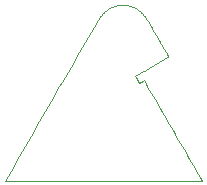
<source format=gbr>
G04 #@! TF.GenerationSoftware,KiCad,Pcbnew,5.0.0-fee4fd1~66~ubuntu18.04.1*
G04 #@! TF.CreationDate,2018-09-21T10:19:18+02:00*
G04 #@! TF.ProjectId,Lulu_star_212,4C756C755F737461725F3231322E6B69,2.1.2*
G04 #@! TF.SameCoordinates,Original*
G04 #@! TF.FileFunction,Profile,NP*
%FSLAX46Y46*%
G04 Gerber Fmt 4.6, Leading zero omitted, Abs format (unit mm)*
G04 Created by KiCad (PCBNEW 5.0.0-fee4fd1~66~ubuntu18.04.1) date Fri Sep 21 10:19:18 2018*
%MOMM*%
%LPD*%
G01*
G04 APERTURE LIST*
%ADD10C,0.010000*%
G04 APERTURE END LIST*
D10*
X73643222Y-30776973D02*
X73707002Y-30833488D01*
X73577677Y-30722415D02*
X73643222Y-30776973D01*
X73510351Y-30669975D02*
X73577677Y-30722415D01*
X73441231Y-30619757D02*
X73510351Y-30669975D01*
X73370304Y-30571868D02*
X73441231Y-30619757D01*
X73297557Y-30526465D02*
X73370304Y-30571868D01*
X73222976Y-30483655D02*
X73297557Y-30526465D01*
X73146551Y-30443571D02*
X73222976Y-30483655D01*
X73068267Y-30406318D02*
X73146551Y-30443571D01*
X72988108Y-30372028D02*
X73068267Y-30406318D01*
X72906064Y-30340833D02*
X72988108Y-30372028D01*
X72822122Y-30312840D02*
X72906064Y-30340833D01*
X72736265Y-30288234D02*
X72822122Y-30312840D01*
X72648487Y-30267068D02*
X72736265Y-30288234D01*
X72558766Y-30249340D02*
X72648487Y-30267068D01*
X72467096Y-30235318D02*
X72558766Y-30249340D01*
X75188336Y-35124923D02*
X75100140Y-35176173D01*
X75100140Y-35176173D02*
X75011946Y-35227423D01*
X74747363Y-35381199D02*
X74659166Y-35432449D01*
X75276529Y-35073647D02*
X75188336Y-35124923D01*
X73333570Y-36402834D02*
X73344259Y-36421620D01*
X73322880Y-36384049D02*
X73333570Y-36402834D01*
X74218196Y-35688724D02*
X74130000Y-35740000D01*
X75717502Y-34817372D02*
X75629306Y-34868622D01*
X73865416Y-35893750D02*
X73777223Y-35945026D01*
X73483218Y-36665830D02*
X73493907Y-36684616D01*
X73472529Y-36647045D02*
X73483218Y-36665830D01*
X73461840Y-36628259D02*
X73472529Y-36647045D01*
X73258745Y-36271337D02*
X73269435Y-36290122D01*
X73424446Y-36150052D02*
X73336250Y-36201301D01*
X74923752Y-35278673D02*
X74835556Y-35329949D01*
X75011946Y-35227423D02*
X74923752Y-35278673D01*
X74835556Y-35329949D02*
X74747363Y-35381199D01*
X73419083Y-36553118D02*
X73429772Y-36571903D01*
X73408394Y-36534332D02*
X73419083Y-36553118D01*
X73397705Y-36515547D02*
X73408394Y-36534332D01*
X73953613Y-35842500D02*
X73865416Y-35893750D01*
X73777223Y-35945026D02*
X73689029Y-35996276D01*
X73387015Y-36496762D02*
X73397705Y-36515547D01*
X73376326Y-36477976D02*
X73387015Y-36496762D01*
X73365637Y-36459191D02*
X73376326Y-36477976D01*
X73312191Y-36365264D02*
X73322880Y-36384049D01*
X73301502Y-36346478D02*
X73312191Y-36365264D01*
X73579420Y-36834899D02*
X73590110Y-36853684D01*
X73568731Y-36816114D02*
X73579420Y-36834899D01*
X73558042Y-36797328D02*
X73568731Y-36816114D01*
X73336250Y-36201301D02*
X73248056Y-36252551D01*
X75982086Y-34663596D02*
X75893890Y-34714872D01*
X75629306Y-34868622D02*
X75541113Y-34919898D01*
X77667593Y-42983181D02*
X77820943Y-43248452D01*
X77514243Y-42717883D02*
X77667593Y-42983181D01*
X77360893Y-42452612D02*
X77514243Y-42717883D01*
X77207543Y-42187340D02*
X77360893Y-42452612D01*
X77054193Y-41922069D02*
X77207543Y-42187340D01*
X76900843Y-41656798D02*
X77054193Y-41922069D01*
X76747494Y-41391527D02*
X76900843Y-41656798D01*
X76594144Y-41126255D02*
X76747494Y-41391527D01*
X76440794Y-40860984D02*
X76594144Y-41126255D01*
X76287444Y-40595713D02*
X76440794Y-40860984D01*
X76134094Y-40330442D02*
X76287444Y-40595713D01*
X75980744Y-40065170D02*
X76134094Y-40330442D01*
X75827394Y-39799899D02*
X75980744Y-40065170D01*
X75674045Y-39534628D02*
X75827394Y-39799899D01*
X75520695Y-39269357D02*
X75674045Y-39534628D01*
X75367345Y-39004085D02*
X75520695Y-39269357D01*
X75213995Y-38738814D02*
X75367345Y-39004085D01*
X75060645Y-38473517D02*
X75213995Y-38738814D01*
X74907295Y-38208245D02*
X75060645Y-38473517D01*
X74753946Y-37942974D02*
X74907295Y-38208245D01*
X74600596Y-37677703D02*
X74753946Y-37942974D01*
X74447246Y-37412432D02*
X74600596Y-37677703D01*
X74293896Y-37147160D02*
X74447246Y-37412432D01*
X74140546Y-36881889D02*
X74293896Y-37147160D01*
X73987196Y-36616618D02*
X74140546Y-36881889D01*
X73974787Y-36624026D02*
X73987196Y-36616618D01*
X73962378Y-36631434D02*
X73974787Y-36624026D01*
X73949969Y-36638843D02*
X73962378Y-36631434D01*
X73937560Y-36646251D02*
X73949969Y-36638843D01*
X73925151Y-36653659D02*
X73937560Y-36646251D01*
X73912742Y-36661068D02*
X73925151Y-36653659D01*
X73900334Y-36668476D02*
X73912742Y-36661068D01*
X73887925Y-36675884D02*
X73900334Y-36668476D01*
X73875516Y-36683293D02*
X73887925Y-36675884D01*
X73863107Y-36690701D02*
X73875516Y-36683293D01*
X73850698Y-36698109D02*
X73863107Y-36690701D01*
X73838289Y-36705518D02*
X73850698Y-36698109D01*
X73825880Y-36712926D02*
X73838289Y-36705518D01*
X73813471Y-36720334D02*
X73825880Y-36712926D01*
X73801062Y-36727743D02*
X73813471Y-36720334D01*
X73788653Y-36735151D02*
X73801062Y-36727743D01*
X73776244Y-36742559D02*
X73788653Y-36735151D01*
X73763835Y-36749968D02*
X73776244Y-36742559D01*
X73751426Y-36757376D02*
X73763835Y-36749968D01*
X73248056Y-36252551D02*
X73258745Y-36271337D01*
X63682659Y-42590645D02*
X63924780Y-42171518D01*
X63440539Y-43009771D02*
X63682659Y-42590645D01*
X63198419Y-43428871D02*
X63440539Y-43009771D01*
X62956298Y-43847998D02*
X63198419Y-43428871D01*
X62714178Y-44267124D02*
X62956298Y-43847998D01*
X62472057Y-44686224D02*
X62714178Y-44267124D01*
X62229937Y-45105351D02*
X62472057Y-44686224D01*
X62750701Y-45105351D02*
X62229937Y-45105351D01*
X63271465Y-45105351D02*
X62750701Y-45105351D01*
X63792230Y-45105351D02*
X63271465Y-45105351D01*
X64312994Y-45105351D02*
X63792230Y-45105351D01*
X64833758Y-45105351D02*
X64312994Y-45105351D01*
X65354522Y-45105351D02*
X64833758Y-45105351D01*
X65875286Y-45105351D02*
X65354522Y-45105351D01*
X66396051Y-45105351D02*
X65875286Y-45105351D01*
X66916815Y-45105351D02*
X66396051Y-45105351D01*
X67437579Y-45105351D02*
X66916815Y-45105351D01*
X67958343Y-45105351D02*
X67437579Y-45105351D01*
X68479108Y-45105351D02*
X67958343Y-45105351D01*
X68999872Y-45105351D02*
X68479108Y-45105351D01*
X69520635Y-45105351D02*
X68999872Y-45105351D01*
X70041401Y-45105351D02*
X69520635Y-45105351D01*
X70562165Y-45105351D02*
X70041401Y-45105351D01*
X71082928Y-45105351D02*
X70562165Y-45105351D01*
X71603692Y-45105351D02*
X71082928Y-45105351D01*
X72124458Y-45105351D02*
X71603692Y-45105351D01*
X72645222Y-45105351D02*
X72124458Y-45105351D01*
X73165985Y-45105351D02*
X72645222Y-45105351D01*
X73686749Y-45105351D02*
X73165985Y-45105351D01*
X74207515Y-45105351D02*
X73686749Y-45105351D01*
X74728278Y-45105351D02*
X74207515Y-45105351D01*
X75249042Y-45105351D02*
X74728278Y-45105351D01*
X75769805Y-45105351D02*
X75249042Y-45105351D01*
X76290571Y-45105351D02*
X75769805Y-45105351D01*
X76811335Y-45105351D02*
X76290571Y-45105351D01*
X77332098Y-45105351D02*
X76811335Y-45105351D01*
X77852862Y-45105351D02*
X77332098Y-45105351D01*
X78373628Y-45105351D02*
X77852862Y-45105351D01*
X78894392Y-45105351D02*
X78373628Y-45105351D01*
X78741042Y-44840079D02*
X78894392Y-45105351D01*
X78587692Y-44574808D02*
X78741042Y-44840079D01*
X78434342Y-44309537D02*
X78587692Y-44574808D01*
X78280992Y-44044266D02*
X78434342Y-44309537D01*
X78127642Y-43778994D02*
X78280992Y-44044266D01*
X77974292Y-43513723D02*
X78127642Y-43778994D01*
X77820943Y-43248452D02*
X77974292Y-43513723D01*
X74041806Y-35791250D02*
X73953613Y-35842500D01*
X73739017Y-36764784D02*
X73751426Y-36757376D01*
X73726608Y-36772193D02*
X73739017Y-36764784D01*
X73714199Y-36779601D02*
X73726608Y-36772193D01*
X73701790Y-36787009D02*
X73714199Y-36779601D01*
X73689381Y-36794418D02*
X73701790Y-36787009D01*
X73676972Y-36801826D02*
X73689381Y-36794418D01*
X73664563Y-36809234D02*
X73676972Y-36801826D01*
X73652154Y-36816643D02*
X73664563Y-36809234D01*
X75364723Y-35022397D02*
X75276529Y-35073647D01*
X74482779Y-35534975D02*
X74394583Y-35586224D01*
X73689029Y-35996276D02*
X73600833Y-36047525D01*
X73512640Y-36098775D02*
X73424446Y-36150052D01*
X76017995Y-34520800D02*
X76070279Y-34612346D01*
X75965197Y-34429545D02*
X76017995Y-34520800D01*
X75912402Y-34338317D02*
X75965197Y-34429545D01*
X75859605Y-34247062D02*
X75912402Y-34338317D01*
X75806810Y-34155834D02*
X75859605Y-34247062D01*
X75754012Y-34064579D02*
X75806810Y-34155834D01*
X75701217Y-33973351D02*
X75754012Y-34064579D01*
X75648420Y-33882096D02*
X75701217Y-33973351D01*
X75595625Y-33790868D02*
X75648420Y-33882096D01*
X75542830Y-33699613D02*
X75595625Y-33790868D01*
X75490032Y-33608385D02*
X75542830Y-33699613D01*
X75437237Y-33517130D02*
X75490032Y-33608385D01*
X75384440Y-33425902D02*
X75437237Y-33517130D01*
X75331645Y-33334647D02*
X75384440Y-33425902D01*
X75278847Y-33243418D02*
X75331645Y-33334647D01*
X75226052Y-33152164D02*
X75278847Y-33243418D01*
X75173257Y-33060935D02*
X75226052Y-33152164D01*
X75120460Y-32969680D02*
X75173257Y-33060935D01*
X75067665Y-32878452D02*
X75120460Y-32969680D01*
X75014867Y-32787197D02*
X75067665Y-32878452D01*
X74962072Y-32695969D02*
X75014867Y-32787197D01*
X74909274Y-32604714D02*
X74962072Y-32695969D01*
X74856479Y-32513486D02*
X74909274Y-32604714D01*
X74803682Y-32422231D02*
X74856479Y-32513486D01*
X74750887Y-32331003D02*
X74803682Y-32422231D01*
X74698092Y-32239748D02*
X74750887Y-32331003D01*
X74645294Y-32148520D02*
X74698092Y-32239748D01*
X74592499Y-32057265D02*
X74645294Y-32148520D01*
X74539702Y-31966037D02*
X74592499Y-32057265D01*
X74486907Y-31874782D02*
X74539702Y-31966037D01*
X74434109Y-31783553D02*
X74486907Y-31874782D01*
X74381314Y-31692299D02*
X74434109Y-31783553D01*
X74339309Y-31621258D02*
X74381314Y-31692299D01*
X74295708Y-31550614D02*
X74339309Y-31621258D01*
X74250496Y-31480447D02*
X74295708Y-31550614D01*
X74203665Y-31410914D02*
X74250496Y-31480447D01*
X74155196Y-31342123D02*
X74203665Y-31410914D01*
X74105081Y-31274204D02*
X74155196Y-31342123D01*
X74053302Y-31207291D02*
X74105081Y-31274204D01*
X73999851Y-31141463D02*
X74053302Y-31207291D01*
X73944709Y-31076904D02*
X73999851Y-31141463D01*
X73887866Y-31013695D02*
X73944709Y-31076904D01*
X73829311Y-30951968D02*
X73887866Y-31013695D01*
X73769026Y-30891855D02*
X73829311Y-30951968D01*
X73707002Y-30833488D02*
X73769026Y-30891855D01*
X72373460Y-30225263D02*
X72467096Y-30235318D01*
X72277845Y-30219178D02*
X72373460Y-30225263D01*
X72180240Y-30216532D02*
X72277845Y-30219178D01*
X72082630Y-30219178D02*
X72180240Y-30216532D01*
X71987007Y-30225263D02*
X72082630Y-30219178D01*
X71893353Y-30235318D02*
X71987007Y-30225263D01*
X71801656Y-30249340D02*
X71893353Y-30235318D01*
X71711907Y-30267068D02*
X71801656Y-30249340D01*
X71624089Y-30288234D02*
X71711907Y-30267068D01*
X71538192Y-30312840D02*
X71624089Y-30288234D01*
X71454202Y-30340886D02*
X71538192Y-30312840D01*
X71372107Y-30372107D02*
X71454202Y-30340886D01*
X71291896Y-30406424D02*
X71372107Y-30372107D01*
X71213553Y-30443730D02*
X71291896Y-30406424D01*
X71137068Y-30483867D02*
X71213553Y-30443730D01*
X71062429Y-30526730D02*
X71137068Y-30483867D01*
X70989618Y-30572159D02*
X71062429Y-30526730D01*
X70918628Y-30620101D02*
X70989618Y-30572159D01*
X70849442Y-30670372D02*
X70918628Y-30620101D01*
X70782052Y-30722865D02*
X70849442Y-30670372D01*
X70716441Y-30777449D02*
X70782052Y-30722865D01*
X70652600Y-30834043D02*
X70716441Y-30777449D01*
X70590512Y-30892490D02*
X70652600Y-30834043D01*
X70530169Y-30952656D02*
X70590512Y-30892490D01*
X70471556Y-31014436D02*
X70530169Y-30952656D01*
X70414660Y-31077698D02*
X70471556Y-31014436D01*
X70359470Y-31142309D02*
X70414660Y-31077698D01*
X70305972Y-31208190D02*
X70359470Y-31142309D01*
X70254150Y-31275157D02*
X70305972Y-31208190D01*
X70203999Y-31343128D02*
X70254150Y-31275157D01*
X70155498Y-31411973D02*
X70203999Y-31343128D01*
X70108643Y-31481558D02*
X70155498Y-31411973D01*
X70063412Y-31551778D02*
X70108643Y-31481558D01*
X70019801Y-31622475D02*
X70063412Y-31551778D01*
X69977790Y-31693569D02*
X70019801Y-31622475D01*
X69735670Y-32112695D02*
X69977790Y-31693569D01*
X69493550Y-32531795D02*
X69735670Y-32112695D01*
X69251430Y-32950922D02*
X69493550Y-32531795D01*
X69009310Y-33370048D02*
X69251430Y-32950922D01*
X68767189Y-33789148D02*
X69009310Y-33370048D01*
X68525069Y-34208274D02*
X68767189Y-33789148D01*
X68282946Y-34627401D02*
X68525069Y-34208274D01*
X68040827Y-35046527D02*
X68282946Y-34627401D01*
X67798706Y-35465627D02*
X68040827Y-35046527D01*
X67556586Y-35884754D02*
X67798706Y-35465627D01*
X67314466Y-36303880D02*
X67556586Y-35884754D01*
X67072345Y-36722980D02*
X67314466Y-36303880D01*
X66830225Y-37142107D02*
X67072345Y-36722980D01*
X66588104Y-37561233D02*
X66830225Y-37142107D01*
X66345984Y-37980333D02*
X66588104Y-37561233D01*
X66103864Y-38399460D02*
X66345984Y-37980333D01*
X65861743Y-38818586D02*
X66103864Y-38399460D01*
X65619623Y-39237686D02*
X65861743Y-38818586D01*
X65377502Y-39656813D02*
X65619623Y-39237686D01*
X65135382Y-40075939D02*
X65377502Y-39656813D01*
X64893261Y-40495039D02*
X65135382Y-40075939D01*
X64651141Y-40914165D02*
X64893261Y-40495039D01*
X64409021Y-41333292D02*
X64651141Y-40914165D01*
X64166900Y-41752418D02*
X64409021Y-41333292D01*
X63924780Y-42171518D02*
X64166900Y-41752418D01*
X75805696Y-34766122D02*
X75717502Y-34817372D01*
X73547353Y-36778543D02*
X73558042Y-36797328D01*
X73536664Y-36759757D02*
X73547353Y-36778543D01*
X73525975Y-36740972D02*
X73536664Y-36759757D01*
X73515285Y-36722187D02*
X73525975Y-36740972D01*
X73504596Y-36703401D02*
X73515285Y-36722187D01*
X73493907Y-36684616D02*
X73504596Y-36703401D01*
X76070279Y-34612346D02*
X75982086Y-34663596D01*
X74659166Y-35432449D02*
X74570973Y-35483698D01*
X74570973Y-35483698D02*
X74482779Y-35534975D01*
X74394583Y-35586224D02*
X74306390Y-35637474D01*
X73451150Y-36609474D02*
X73461840Y-36628259D01*
X73440461Y-36590689D02*
X73451150Y-36609474D01*
X73429772Y-36571903D02*
X73440461Y-36590689D01*
X75541113Y-34919898D02*
X75452919Y-34971148D01*
X75893890Y-34714872D02*
X75805696Y-34766122D01*
X73600833Y-36047525D02*
X73512640Y-36098775D01*
X73354948Y-36440405D02*
X73365637Y-36459191D01*
X73344259Y-36421620D02*
X73354948Y-36440405D01*
X75452919Y-34971148D02*
X75364723Y-35022397D01*
X74306390Y-35637474D02*
X74218196Y-35688724D01*
X73639745Y-36824051D02*
X73652154Y-36816643D01*
X73627336Y-36831459D02*
X73639745Y-36824051D01*
X73614927Y-36838868D02*
X73627336Y-36831459D01*
X73602519Y-36846276D02*
X73614927Y-36838868D01*
X73590110Y-36853684D02*
X73602519Y-36846276D01*
X73269435Y-36290122D02*
X73280124Y-36308907D01*
X73290813Y-36327693D02*
X73301502Y-36346478D01*
X73280124Y-36308907D02*
X73290813Y-36327693D01*
X74130000Y-35740000D02*
X74041806Y-35791250D01*
M02*

</source>
